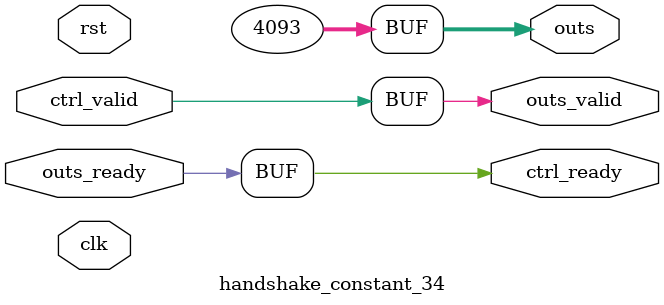
<source format=v>
`timescale 1ns / 1ps
module handshake_constant_34 #(
  parameter DATA_WIDTH = 32  // Default set to 32 bits
) (
  input                       clk,
  input                       rst,
  // Input Channel
  input                       ctrl_valid,
  output                      ctrl_ready,
  // Output Channel
  output [DATA_WIDTH - 1 : 0] outs,
  output                      outs_valid,
  input                       outs_ready
);
  assign outs       = 12'b111111111101;
  assign outs_valid = ctrl_valid;
  assign ctrl_ready = outs_ready;

endmodule

</source>
